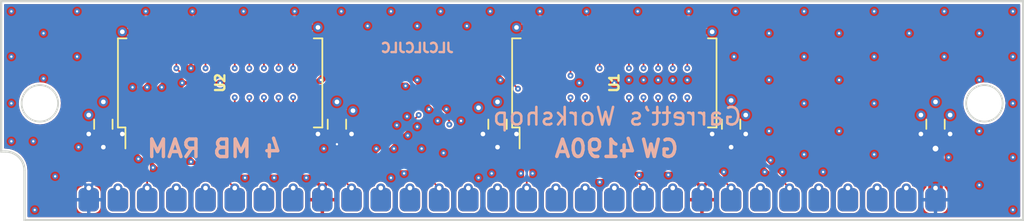
<source format=kicad_pcb>
(kicad_pcb (version 20171130) (host pcbnew "(5.1.5-0-10_14)")
  (layers (0 F.Cu signal) (1 In1.Cu power) (2 In2.Cu signal) (31 B.Cu power) (34 B.Paste user) (35 F.Paste user) (36 B.SilkS user) (37 F.SilkS user) (38 B.Mask user) (39 F.Mask user) (44 Edge.Cuts user))
  (net 0 "")
  (net 1 +5V)
  (net 2 /D0)
  (net 3 /D1)
  (net 4 /~WE~)
  (net 5 /~RAS~)
  (net 6 /~CAS~)
  (net 7 /D2)
  (net 8 /D3)
  (net 9 GND)
  (net 10 /D4)
  (net 11 /D5)
  (net 12 /D6)
  (net 13 /A11)
  (net 14 /D7)
  (net 15 /QP)
  (net 16 /~CASP~)
  (net 17 /DP)
  (net 18 /1A0)
  (net 19 /1A1)
  (net 20 /1A2)
  (net 21 /1A3)
  (net 22 /1A4)
  (net 23 /1A5)
  (net 24 /1A6)
  (net 25 /1A7)
  (net 26 /1A8)
  (net 27 /1A10)
  (net 28 /1A9)
  (module stdpads:C_0805 (layer F.Cu) (at 85.09 93.257 90)
    (fp_text reference C1 hide)
    (fp_text value 100n hide)
    (fp_line (start -0.4064 -0.8) (end 0.4064 -0.8) (layer F.SilkS) (width 0.1524))
    (fp_line (start -0.4064 0.8) (end 0.4064 0.8) (layer F.SilkS) (width 0.1524))
    (pad 1 smd roundrect (at -0.85 0 90) (size 1.05 1.4) (layers F.Cu F.Paste F.Mask) (net 1 +5V))
    (pad 2 smd roundrect (at 0.85 0 90) (size 1.05 1.4) (layers F.Cu F.Paste F.Mask) (net 9 GND))
  )
  (module stdpads:SIMM-30_Edge (layer F.Cu) (at 120.65 99.822)
    (fp_text reference J1 hide)
    (fp_text value Conn_01x30)
    (pad 30 thru_hole circle (at 36.83 -1.016) (size 0.8 0.8) (drill 0.4) (layers *.Cu *.Mask) (net 1 +5V))
    (pad 29 thru_hole circle (at 34.29 -1.016) (size 0.8 0.8) (drill 0.4) (layers *.Cu *.Mask) (net 17 /DP))
    (pad 19 thru_hole circle (at 8.89 -1.016) (size 0.8 0.8) (drill 0.4) (layers *.Cu *.Mask) (net 28 /1A9))
    (pad 25 thru_hole circle (at 24.13 -1.016) (size 0.8 0.8) (drill 0.4) (layers *.Cu *.Mask) (net 14 /D7))
    (pad 23 thru_hole circle (at 19.05 -1.016) (size 0.8 0.8) (drill 0.4) (layers *.Cu *.Mask) (net 12 /D6))
    (pad 24 thru_hole circle (at 21.59 -1.016) (size 0.8 0.8) (drill 0.4) (layers *.Cu *.Mask) (net 13 /A11))
    (pad 22 thru_hole circle (at 16.51 -1.016) (size 0.8 0.8) (drill 0.4) (layers *.Cu *.Mask) (net 9 GND))
    (pad 20 thru_hole circle (at 11.43 -1.016) (size 0.8 0.8) (drill 0.4) (layers *.Cu *.Mask) (net 11 /D5))
    (pad 21 thru_hole circle (at 13.97 -1.016) (size 0.8 0.8) (drill 0.4) (layers *.Cu *.Mask) (net 4 /~WE~))
    (pad 28 thru_hole circle (at 31.75 -1.016) (size 0.8 0.8) (drill 0.4) (layers *.Cu *.Mask) (net 16 /~CASP~))
    (pad 26 thru_hole circle (at 26.67 -1.016) (size 0.8 0.8) (drill 0.4) (layers *.Cu *.Mask) (net 15 /QP))
    (pad 27 thru_hole circle (at 29.21 -1.016) (size 0.8 0.8) (drill 0.4) (layers *.Cu *.Mask) (net 5 /~RAS~))
    (pad 18 thru_hole circle (at 6.35 -1.016) (size 0.8 0.8) (drill 0.4) (layers *.Cu *.Mask) (net 27 /1A10))
    (pad 16 thru_hole circle (at 1.27 -1.016) (size 0.8 0.8) (drill 0.4) (layers *.Cu *.Mask) (net 10 /D4))
    (pad 17 thru_hole circle (at 3.81 -1.016) (size 0.8 0.8) (drill 0.4) (layers *.Cu *.Mask) (net 26 /1A8))
    (pad 15 thru_hole circle (at -1.27 -1.016) (size 0.8 0.8) (drill 0.4) (layers *.Cu *.Mask) (net 18 /1A0))
    (pad 13 thru_hole circle (at -6.35 -1.016) (size 0.8 0.8) (drill 0.4) (layers *.Cu *.Mask) (net 8 /D3))
    (pad 14 thru_hole circle (at -3.81 -1.016) (size 0.8 0.8) (drill 0.4) (layers *.Cu *.Mask) (net 25 /1A7))
    (pad 12 thru_hole circle (at -8.89 -1.016) (size 0.8 0.8) (drill 0.4) (layers *.Cu *.Mask) (net 19 /1A1))
    (pad 10 thru_hole circle (at -13.97 -1.016) (size 0.8 0.8) (drill 0.4) (layers *.Cu *.Mask) (net 7 /D2))
    (pad 11 thru_hole circle (at -11.43 -1.016) (size 0.8 0.8) (drill 0.4) (layers *.Cu *.Mask) (net 24 /1A6))
    (pad 8 thru_hole circle (at -19.05 -1.016) (size 0.8 0.8) (drill 0.4) (layers *.Cu *.Mask) (net 20 /1A2))
    (pad 9 thru_hole circle (at -16.51 -1.016) (size 0.8 0.8) (drill 0.4) (layers *.Cu *.Mask) (net 9 GND))
    (pad 7 thru_hole circle (at -21.59 -1.016) (size 0.8 0.8) (drill 0.4) (layers *.Cu *.Mask) (net 23 /1A5))
    (pad 6 thru_hole circle (at -24.13 -1.016) (size 0.8 0.8) (drill 0.4) (layers *.Cu *.Mask) (net 3 /D1))
    (pad 4 thru_hole circle (at -29.21 -1.016) (size 0.8 0.8) (drill 0.4) (layers *.Cu *.Mask) (net 22 /1A4))
    (pad 5 thru_hole circle (at -26.67 -1.016) (size 0.8 0.8) (drill 0.4) (layers *.Cu *.Mask) (net 21 /1A3))
    (pad 1 thru_hole circle (at -36.83 -1.016) (size 0.8 0.8) (drill 0.4) (layers *.Cu *.Mask) (net 1 +5V))
    (pad 2 thru_hole circle (at -34.29 -1.016) (size 0.8 0.8) (drill 0.4) (layers *.Cu *.Mask) (net 6 /~CAS~))
    (pad 25 smd roundrect (at 24.13 0) (size 1.778 2.032) (layers F.Cu F.Mask) (net 14 /D7))
    (pad 15 smd roundrect (at -1.27 0) (size 1.778 2.032) (layers F.Cu F.Mask) (net 18 /1A0))
    (pad 30 smd roundrect (at 36.83 0) (size 1.778 2.032) (layers F.Cu F.Mask) (net 1 +5V))
    (pad 28 smd roundrect (at 31.75 0) (size 1.778 2.032) (layers F.Cu F.Mask) (net 16 /~CASP~))
    (pad 27 smd roundrect (at 29.21 0) (size 1.778 2.032) (layers F.Cu F.Mask) (net 5 /~RAS~))
    (pad 8 smd roundrect (at -19.05 0) (size 1.778 2.032) (layers F.Cu F.Mask) (net 20 /1A2))
    (pad 7 smd roundrect (at -21.59 0) (size 1.778 2.032) (layers F.Cu F.Mask) (net 23 /1A5))
    (pad 17 smd roundrect (at 3.81 0) (size 1.778 2.032) (layers F.Cu F.Mask) (net 26 /1A8))
    (pad 6 smd roundrect (at -24.13 0) (size 1.778 2.032) (layers F.Cu F.Mask) (net 3 /D1))
    (pad 22 smd roundrect (at 16.51 0) (size 1.778 2.032) (layers F.Cu F.Mask) (net 9 GND))
    (pad 10 smd roundrect (at -13.97 0) (size 1.778 2.032) (layers F.Cu F.Mask) (net 7 /D2))
    (pad 19 smd roundrect (at 8.89 0) (size 1.778 2.032) (layers F.Cu F.Mask) (net 28 /1A9))
    (pad 21 smd roundrect (at 13.97 0) (size 1.778 2.032) (layers F.Cu F.Mask) (net 4 /~WE~))
    (pad 18 smd roundrect (at 6.35 0) (size 1.778 2.032) (layers F.Cu F.Mask) (net 27 /1A10))
    (pad 9 smd roundrect (at -16.51 0) (size 1.778 2.032) (layers F.Cu F.Mask) (net 9 GND))
    (pad 23 smd roundrect (at 19.05 0) (size 1.778 2.032) (layers F.Cu F.Mask) (net 12 /D6))
    (pad 20 smd roundrect (at 11.43 0) (size 1.778 2.032) (layers F.Cu F.Mask) (net 11 /D5))
    (pad 16 smd roundrect (at 1.27 0) (size 1.778 2.032) (layers F.Cu F.Mask) (net 10 /D4))
    (pad 24 smd roundrect (at 21.59 0) (size 1.778 2.032) (layers F.Cu F.Mask) (net 13 /A11))
    (pad 3 smd roundrect (at -31.75 0) (size 1.778 2.032) (layers F.Cu F.Mask) (net 2 /D0))
    (pad 29 smd roundrect (at 34.29 0) (size 1.778 2.032) (layers F.Cu F.Mask) (net 17 /DP))
    (pad 4 smd roundrect (at -29.21 0) (size 1.778 2.032) (layers F.Cu F.Mask) (net 22 /1A4))
    (pad 14 smd roundrect (at -3.81 0) (size 1.778 2.032) (layers F.Cu F.Mask) (net 25 /1A7))
    (pad 13 smd roundrect (at -6.35 0) (size 1.778 2.032) (layers F.Cu F.Mask) (net 8 /D3))
    (pad 26 smd roundrect (at 26.67 0) (size 1.778 2.032) (layers F.Cu F.Mask) (net 15 /QP))
    (pad 12 smd roundrect (at -8.89 0) (size 1.778 2.032) (layers F.Cu F.Mask) (net 19 /1A1))
    (pad 5 smd roundrect (at -26.67 0) (size 1.778 2.032) (layers F.Cu F.Mask) (net 21 /1A3))
    (pad 11 smd roundrect (at -11.43 0) (size 1.778 2.032) (layers F.Cu F.Mask) (net 24 /1A6))
    (pad 3 thru_hole circle (at -31.75 -1.016) (size 0.8 0.8) (drill 0.4) (layers *.Cu *.Mask) (net 2 /D0))
    (pad 2 smd roundrect (at -34.29 0) (size 1.778 2.032) (layers F.Cu F.Mask) (net 6 /~CAS~))
    (pad 30 smd roundrect (at 36.83 0) (size 1.778 2.032) (layers B.Cu B.Mask) (net 1 +5V))
    (pad 29 smd roundrect (at 34.29 0) (size 1.778 2.032) (layers B.Cu B.Mask) (net 17 /DP))
    (pad 28 smd roundrect (at 31.75 0) (size 1.778 2.032) (layers B.Cu B.Mask) (net 16 /~CASP~))
    (pad 27 smd roundrect (at 29.21 0) (size 1.778 2.032) (layers B.Cu B.Mask) (net 5 /~RAS~))
    (pad 26 smd roundrect (at 26.67 0) (size 1.778 2.032) (layers B.Cu B.Mask) (net 15 /QP))
    (pad 25 smd roundrect (at 24.13 0) (size 1.778 2.032) (layers B.Cu B.Mask) (net 14 /D7))
    (pad 24 smd roundrect (at 21.59 0) (size 1.778 2.032) (layers B.Cu B.Mask) (net 13 /A11))
    (pad 23 smd roundrect (at 19.05 0) (size 1.778 2.032) (layers B.Cu B.Mask) (net 12 /D6))
    (pad 22 smd roundrect (at 16.51 0) (size 1.778 2.032) (layers B.Cu B.Mask) (net 9 GND))
    (pad 21 smd roundrect (at 13.97 0) (size 1.778 2.032) (layers B.Cu B.Mask) (net 4 /~WE~))
    (pad 20 smd roundrect (at 11.43 0) (size 1.778 2.032) (layers B.Cu B.Mask) (net 11 /D5))
    (pad 19 smd roundrect (at 8.89 0) (size 1.778 2.032) (layers B.Cu B.Mask) (net 28 /1A9))
    (pad 18 smd roundrect (at 6.35 0) (size 1.778 2.032) (layers B.Cu B.Mask) (net 27 /1A10))
    (pad 17 smd roundrect (at 3.81 0) (size 1.778 2.032) (layers B.Cu B.Mask) (net 26 /1A8))
    (pad 16 smd roundrect (at 1.27 0) (size 1.778 2.032) (layers B.Cu B.Mask) (net 10 /D4))
    (pad 15 smd roundrect (at -1.27 0) (size 1.778 2.032) (layers B.Cu B.Mask) (net 18 /1A0))
    (pad 14 smd roundrect (at -3.81 0) (size 1.778 2.032) (layers B.Cu B.Mask) (net 25 /1A7))
    (pad 13 smd roundrect (at -6.35 0) (size 1.778 2.032) (layers B.Cu B.Mask) (net 8 /D3))
    (pad 12 smd roundrect (at -8.89 0) (size 1.778 2.032) (layers B.Cu B.Mask) (net 19 /1A1))
    (pad 11 smd roundrect (at -11.43 0) (size 1.778 2.032) (layers B.Cu B.Mask) (net 24 /1A6))
    (pad 10 smd roundrect (at -13.97 0) (size 1.778 2.032) (layers B.Cu B.Mask) (net 7 /D2))
    (pad 9 smd roundrect (at -16.51 0) (size 1.778 2.032) (layers B.Cu B.Mask) (net 9 GND))
    (pad 8 smd roundrect (at -19.05 0) (size 1.778 2.032) (layers B.Cu B.Mask) (net 20 /1A2))
    (pad 7 smd roundrect (at -21.59 0) (size 1.778 2.032) (layers B.Cu B.Mask) (net 23 /1A5))
    (pad 6 smd roundrect (at -24.13 0) (size 1.778 2.032) (layers B.Cu B.Mask) (net 3 /D1))
    (pad 5 smd roundrect (at -26.67 0) (size 1.778 2.032) (layers B.Cu B.Mask) (net 21 /1A3))
    (pad 4 smd roundrect (at -29.21 0) (size 1.778 2.032) (layers B.Cu B.Mask) (net 22 /1A4))
    (pad 3 smd roundrect (at -31.75 0) (size 1.778 2.032) (layers B.Cu B.Mask) (net 2 /D0))
    (pad 2 smd roundrect (at -34.29 0) (size 1.778 2.032) (layers B.Cu B.Mask) (net 6 /~CAS~))
    (pad 1 smd roundrect (at -36.83 0) (size 1.778 2.032) (layers F.Cu F.Mask) (net 1 +5V))
    (pad 1 smd roundrect (at -36.83 0) (size 1.778 2.032) (layers B.Cu B.Mask) (net 1 +5V))
  )
  (module stdpads:SOP-24-26-300mil (layer F.Cu) (at 129.54 89.662 90)
    (fp_text reference U1 (at 0 0 270) (layer F.SilkS) (effects (font (size 0.8128 0.8128) (thickness 0.2032))))
    (fp_text value AS4C4M4)
    (fp_line (start -3.875 -8.24) (end -5.7 -8.24) (layer F.SilkS) (width 0.1524))
    (fp_line (start -3.875 8.89) (end 3.875 8.89) (layer F.SilkS) (width 0.1524))
    (fp_line (start -3.875 -8.89) (end 3.875 -8.89) (layer F.SilkS) (width 0.1524))
    (fp_line (start -3.875 8.89) (end -3.875 8.145) (layer F.SilkS) (width 0.1524))
    (fp_line (start 3.875 8.89) (end 3.875 8.145) (layer F.SilkS) (width 0.1524))
    (fp_line (start 3.875 -8.89) (end 3.875 -8.145) (layer F.SilkS) (width 0.1524))
    (fp_line (start -3.875 -8.89) (end -3.875 -8.24) (layer F.SilkS) (width 0.1524))
    (pad 26 smd roundrect (at 4.45 -7.62 90) (size 2.5 0.6) (layers F.Cu F.Paste F.Mask) (net 9 GND))
    (pad 25 smd roundrect (at 4.45 -6.35 90) (size 2.5 0.6) (layers F.Cu F.Paste F.Mask) (net 10 /D4))
    (pad 24 smd roundrect (at 4.45 -5.08 90) (size 2.5 0.6) (layers F.Cu F.Paste F.Mask) (net 12 /D6))
    (pad 23 smd roundrect (at 4.45 -3.81 90) (size 2.5 0.6) (layers F.Cu F.Paste F.Mask) (net 6 /~CAS~))
    (pad 22 smd roundrect (at 4.45 -2.54 90) (size 2.5 0.6) (layers F.Cu F.Paste F.Mask) (net 9 GND))
    (pad 21 smd roundrect (at 4.45 -1.27 90) (size 2.5 0.6) (layers F.Cu F.Paste F.Mask) (net 28 /1A9))
    (pad 19 smd roundrect (at 4.45 1.27 90) (size 2.5 0.6) (layers F.Cu F.Paste F.Mask) (net 26 /1A8))
    (pad 18 smd roundrect (at 4.45 2.54 90) (size 2.5 0.6) (layers F.Cu F.Paste F.Mask) (net 25 /1A7))
    (pad 17 smd roundrect (at 4.45 3.81 90) (size 2.5 0.6) (layers F.Cu F.Paste F.Mask) (net 24 /1A6))
    (pad 16 smd roundrect (at 4.45 5.08 90) (size 2.5 0.6) (layers F.Cu F.Paste F.Mask) (net 23 /1A5))
    (pad 15 smd roundrect (at 4.45 6.35 90) (size 2.5 0.6) (layers F.Cu F.Paste F.Mask) (net 22 /1A4))
    (pad 14 smd roundrect (at 4.45 7.62 90) (size 2.5 0.6) (layers F.Cu F.Paste F.Mask) (net 9 GND))
    (pad 13 smd roundrect (at -4.45 7.62 90) (size 2.5 0.6) (layers F.Cu F.Paste F.Mask) (net 1 +5V))
    (pad 12 smd roundrect (at -4.45 6.35 90) (size 2.5 0.6) (layers F.Cu F.Paste F.Mask) (net 21 /1A3))
    (pad 11 smd roundrect (at -4.45 5.08 90) (size 2.5 0.6) (layers F.Cu F.Paste F.Mask) (net 20 /1A2))
    (pad 10 smd roundrect (at -4.45 3.81 90) (size 2.5 0.6) (layers F.Cu F.Paste F.Mask) (net 19 /1A1))
    (pad 9 smd roundrect (at -4.45 2.54 90) (size 2.5 0.6) (layers F.Cu F.Paste F.Mask) (net 18 /1A0))
    (pad 8 smd roundrect (at -4.45 1.27 90) (size 2.5 0.6) (layers F.Cu F.Paste F.Mask) (net 27 /1A10))
    (pad 6 smd roundrect (at -4.45 -1.27 90) (size 2.5 0.6) (layers F.Cu F.Paste F.Mask))
    (pad 5 smd roundrect (at -4.45 -2.54 90) (size 2.5 0.6) (layers F.Cu F.Paste F.Mask) (net 5 /~RAS~))
    (pad 4 smd roundrect (at -4.45 -3.81 90) (size 2.5 0.6) (layers F.Cu F.Paste F.Mask) (net 4 /~WE~))
    (pad 3 smd roundrect (at -4.45 -5.08 90) (size 2.5 0.6) (layers F.Cu F.Paste F.Mask) (net 14 /D7))
    (pad 2 smd roundrect (at -4.45 -6.35 90) (size 2.5 0.6) (layers F.Cu F.Paste F.Mask) (net 11 /D5))
    (pad 1 smd roundrect (at -4.45 -7.62 90) (size 2.5 0.6) (layers F.Cu F.Paste F.Mask) (net 1 +5V))
    (pad 14 smd roundrect (at 3.7 7.62 90) (size 4 0.6) (layers F.Cu F.Mask) (net 9 GND))
    (pad 26 smd roundrect (at 3.7 -7.62 90) (size 4 0.6) (layers F.Cu F.Mask) (net 9 GND))
    (pad 25 smd roundrect (at 3.7 -6.35 90) (size 4 0.6) (layers F.Cu F.Mask) (net 10 /D4))
    (pad 24 smd roundrect (at 3.7 -5.08 90) (size 4 0.6) (layers F.Cu F.Mask) (net 12 /D6))
    (pad 23 smd roundrect (at 3.7 -3.81 90) (size 4 0.6) (layers F.Cu F.Mask) (net 6 /~CAS~))
    (pad 22 smd roundrect (at 3.7 -2.54 90) (size 4 0.6) (layers F.Cu F.Mask) (net 9 GND))
    (pad 18 smd roundrect (at 3.7 2.54 90) (size 4 0.6) (layers F.Cu F.Mask) (net 25 /1A7))
    (pad 17 smd roundrect (at 3.7 3.81 90) (size 4 0.6) (layers F.Cu F.Mask) (net 24 /1A6))
    (pad 16 smd roundrect (at 3.7 5.08 90) (size 4 0.6) (layers F.Cu F.Mask) (net 23 /1A5))
    (pad 15 smd roundrect (at 3.7 6.35 90) (size 4 0.6) (layers F.Cu F.Mask) (net 22 /1A4))
    (pad 13 smd roundrect (at -3.7 7.62 90) (size 4 0.6) (layers F.Cu F.Mask) (net 1 +5V))
    (pad 12 smd roundrect (at -3.7 6.35 90) (size 4 0.6) (layers F.Cu F.Mask) (net 21 /1A3))
    (pad 11 smd roundrect (at -3.7 5.08 90) (size 4 0.6) (layers F.Cu F.Mask) (net 20 /1A2))
    (pad 10 smd roundrect (at -3.7 3.81 90) (size 4 0.6) (layers F.Cu F.Mask) (net 19 /1A1))
    (pad 9 smd roundrect (at -3.7 2.54 90) (size 4 0.6) (layers F.Cu F.Mask) (net 18 /1A0))
    (pad 5 smd roundrect (at -3.7 -2.54 90) (size 4 0.6) (layers F.Cu F.Mask) (net 5 /~RAS~))
    (pad 4 smd roundrect (at -3.7 -3.81 90) (size 4 0.6) (layers F.Cu F.Mask) (net 4 /~WE~))
    (pad 3 smd roundrect (at -3.7 -5.08 90) (size 4 0.6) (layers F.Cu F.Mask) (net 14 /D7))
    (pad 2 smd roundrect (at -3.7 -6.35 90) (size 4 0.6) (layers F.Cu F.Mask) (net 11 /D5))
    (pad 1 smd roundrect (at -3.7 -7.62 90) (size 4 0.6) (layers F.Cu F.Mask) (net 1 +5V))
    (pad 21 smd roundrect (at 3.7 -1.27 90) (size 4 0.6) (layers F.Cu F.Mask) (net 28 /1A9))
    (pad 6 smd roundrect (at -3.7 -1.27 90) (size 4 0.6) (layers F.Cu F.Mask))
    (pad 19 smd roundrect (at 3.7 1.27 90) (size 4 0.6) (layers F.Cu F.Mask) (net 26 /1A8))
    (pad 8 smd roundrect (at -3.7 1.27 90) (size 4 0.6) (layers F.Cu F.Mask) (net 27 /1A10))
  )
  (module stdpads:SOP-24-26-300mil (layer F.Cu) (at 95.25 89.662 90)
    (fp_text reference U2 (at 0 0 270) (layer F.SilkS) (effects (font (size 0.8128 0.8128) (thickness 0.2032))))
    (fp_text value AS4C4M4)
    (fp_line (start -3.875 -8.89) (end -3.875 -8.24) (layer F.SilkS) (width 0.1524))
    (fp_line (start 3.875 -8.89) (end 3.875 -8.145) (layer F.SilkS) (width 0.1524))
    (fp_line (start 3.875 8.89) (end 3.875 8.145) (layer F.SilkS) (width 0.1524))
    (fp_line (start -3.875 8.89) (end -3.875 8.145) (layer F.SilkS) (width 0.1524))
    (fp_line (start -3.875 -8.89) (end 3.875 -8.89) (layer F.SilkS) (width 0.1524))
    (fp_line (start -3.875 8.89) (end 3.875 8.89) (layer F.SilkS) (width 0.1524))
    (fp_line (start -3.875 -8.24) (end -5.7 -8.24) (layer F.SilkS) (width 0.1524))
    (pad 8 smd roundrect (at -3.7 1.27 90) (size 4 0.6) (layers F.Cu F.Mask) (net 21 /1A3))
    (pad 19 smd roundrect (at 3.7 1.27 90) (size 4 0.6) (layers F.Cu F.Mask) (net 23 /1A5))
    (pad 6 smd roundrect (at -3.7 -1.27 90) (size 4 0.6) (layers F.Cu F.Mask))
    (pad 21 smd roundrect (at 3.7 -1.27 90) (size 4 0.6) (layers F.Cu F.Mask) (net 22 /1A4))
    (pad 1 smd roundrect (at -3.7 -7.62 90) (size 4 0.6) (layers F.Cu F.Mask) (net 1 +5V))
    (pad 2 smd roundrect (at -3.7 -6.35 90) (size 4 0.6) (layers F.Cu F.Mask) (net 3 /D1))
    (pad 3 smd roundrect (at -3.7 -5.08 90) (size 4 0.6) (layers F.Cu F.Mask) (net 8 /D3))
    (pad 4 smd roundrect (at -3.7 -3.81 90) (size 4 0.6) (layers F.Cu F.Mask) (net 4 /~WE~))
    (pad 5 smd roundrect (at -3.7 -2.54 90) (size 4 0.6) (layers F.Cu F.Mask) (net 5 /~RAS~))
    (pad 9 smd roundrect (at -3.7 2.54 90) (size 4 0.6) (layers F.Cu F.Mask) (net 20 /1A2))
    (pad 10 smd roundrect (at -3.7 3.81 90) (size 4 0.6) (layers F.Cu F.Mask) (net 19 /1A1))
    (pad 11 smd roundrect (at -3.7 5.08 90) (size 4 0.6) (layers F.Cu F.Mask) (net 18 /1A0))
    (pad 12 smd roundrect (at -3.7 6.35 90) (size 4 0.6) (layers F.Cu F.Mask) (net 27 /1A10))
    (pad 13 smd roundrect (at -3.7 7.62 90) (size 4 0.6) (layers F.Cu F.Mask) (net 1 +5V))
    (pad 15 smd roundrect (at 3.7 6.35 90) (size 4 0.6) (layers F.Cu F.Mask) (net 28 /1A9))
    (pad 16 smd roundrect (at 3.7 5.08 90) (size 4 0.6) (layers F.Cu F.Mask) (net 26 /1A8))
    (pad 17 smd roundrect (at 3.7 3.81 90) (size 4 0.6) (layers F.Cu F.Mask) (net 25 /1A7))
    (pad 18 smd roundrect (at 3.7 2.54 90) (size 4 0.6) (layers F.Cu F.Mask) (net 24 /1A6))
    (pad 22 smd roundrect (at 3.7 -2.54 90) (size 4 0.6) (layers F.Cu F.Mask) (net 9 GND))
    (pad 23 smd roundrect (at 3.7 -3.81 90) (size 4 0.6) (layers F.Cu F.Mask) (net 6 /~CAS~))
    (pad 24 smd roundrect (at 3.7 -5.08 90) (size 4 0.6) (layers F.Cu F.Mask) (net 7 /D2))
    (pad 25 smd roundrect (at 3.7 -6.35 90) (size 4 0.6) (layers F.Cu F.Mask) (net 2 /D0))
    (pad 26 smd roundrect (at 3.7 -7.62 90) (size 4 0.6) (layers F.Cu F.Mask) (net 9 GND))
    (pad 14 smd roundrect (at 3.7 7.62 90) (size 4 0.6) (layers F.Cu F.Mask) (net 9 GND))
    (pad 1 smd roundrect (at -4.45 -7.62 90) (size 2.5 0.6) (layers F.Cu F.Paste F.Mask) (net 1 +5V))
    (pad 2 smd roundrect (at -4.45 -6.35 90) (size 2.5 0.6) (layers F.Cu F.Paste F.Mask) (net 3 /D1))
    (pad 3 smd roundrect (at -4.45 -5.08 90) (size 2.5 0.6) (layers F.Cu F.Paste F.Mask) (net 8 /D3))
    (pad 4 smd roundrect (at -4.45 -3.81 90) (size 2.5 0.6) (layers F.Cu F.Paste F.Mask) (net 4 /~WE~))
    (pad 5 smd roundrect (at -4.45 -2.54 90) (size 2.5 0.6) (layers F.Cu F.Paste F.Mask) (net 5 /~RAS~))
    (pad 6 smd roundrect (at -4.45 -1.27 90) (size 2.5 0.6) (layers F.Cu F.Paste F.Mask))
    (pad 8 smd roundrect (at -4.45 1.27 90) (size 2.5 0.6) (layers F.Cu F.Paste F.Mask) (net 21 /1A3))
    (pad 9 smd roundrect (at -4.45 2.54 90) (size 2.5 0.6) (layers F.Cu F.Paste F.Mask) (net 20 /1A2))
    (pad 10 smd roundrect (at -4.45 3.81 90) (size 2.5 0.6) (layers F.Cu F.Paste F.Mask) (net 19 /1A1))
    (pad 11 smd roundrect (at -4.45 5.08 90) (size 2.5 0.6) (layers F.Cu F.Paste F.Mask) (net 18 /1A0))
    (pad 12 smd roundrect (at -4.45 6.35 90) (size 2.5 0.6) (layers F.Cu F.Paste F.Mask) (net 27 /1A10))
    (pad 13 smd roundrect (at -4.45 7.62 90) (size 2.5 0.6) (layers F.Cu F.Paste F.Mask) (net 1 +5V))
    (pad 14 smd roundrect (at 4.45 7.62 90) (size 2.5 0.6) (layers F.Cu F.Paste F.Mask) (net 9 GND))
    (pad 15 smd roundrect (at 4.45 6.35 90) (size 2.5 0.6) (layers F.Cu F.Paste F.Mask) (net 28 /1A9))
    (pad 16 smd roundrect (at 4.45 5.08 90) (size 2.5 0.6) (layers F.Cu F.Paste F.Mask) (net 26 /1A8))
    (pad 17 smd roundrect (at 4.45 3.81 90) (size 2.5 0.6) (layers F.Cu F.Paste F.Mask) (net 25 /1A7))
    (pad 18 smd roundrect (at 4.45 2.54 90) (size 2.5 0.6) (layers F.Cu F.Paste F.Mask) (net 24 /1A6))
    (pad 19 smd roundrect (at 4.45 1.27 90) (size 2.5 0.6) (layers F.Cu F.Paste F.Mask) (net 23 /1A5))
    (pad 21 smd roundrect (at 4.45 -1.27 90) (size 2.5 0.6) (layers F.Cu F.Paste F.Mask) (net 22 /1A4))
    (pad 22 smd roundrect (at 4.45 -2.54 90) (size 2.5 0.6) (layers F.Cu F.Paste F.Mask) (net 9 GND))
    (pad 23 smd roundrect (at 4.45 -3.81 90) (size 2.5 0.6) (layers F.Cu F.Paste F.Mask) (net 6 /~CAS~))
    (pad 24 smd roundrect (at 4.45 -5.08 90) (size 2.5 0.6) (layers F.Cu F.Paste F.Mask) (net 7 /D2))
    (pad 25 smd roundrect (at 4.45 -6.35 90) (size 2.5 0.6) (layers F.Cu F.Paste F.Mask) (net 2 /D0))
    (pad 26 smd roundrect (at 4.45 -7.62 90) (size 2.5 0.6) (layers F.Cu F.Paste F.Mask) (net 9 GND))
  )
  (module stdpads:C_0805 (layer F.Cu) (at 105.41 93.257 90)
    (fp_text reference C2 hide)
    (fp_text value 100n hide)
    (fp_line (start -0.4064 0.8) (end 0.4064 0.8) (layer F.SilkS) (width 0.1524))
    (fp_line (start -0.4064 -0.8) (end 0.4064 -0.8) (layer F.SilkS) (width 0.1524))
    (pad 2 smd roundrect (at 0.85 0 90) (size 1.05 1.4) (layers F.Cu F.Paste F.Mask) (net 9 GND))
    (pad 1 smd roundrect (at -0.85 0 90) (size 1.05 1.4) (layers F.Cu F.Paste F.Mask) (net 1 +5V))
  )
  (module stdpads:C_0805 (layer F.Cu) (at 119.38 93.257 90)
    (fp_text reference C3 hide)
    (fp_text value 100n hide)
    (fp_line (start -0.4064 -0.8) (end 0.4064 -0.8) (layer F.SilkS) (width 0.1524))
    (fp_line (start -0.4064 0.8) (end 0.4064 0.8) (layer F.SilkS) (width 0.1524))
    (pad 1 smd roundrect (at -0.85 0 90) (size 1.05 1.4) (layers F.Cu F.Paste F.Mask) (net 1 +5V))
    (pad 2 smd roundrect (at 0.85 0 90) (size 1.05 1.4) (layers F.Cu F.Paste F.Mask) (net 9 GND))
  )
  (module stdpads:C_0805 (layer F.Cu) (at 157.48 93.257 90)
    (fp_text reference C5 hide)
    (fp_text value 100n hide)
    (fp_line (start -0.4064 -0.8) (end 0.4064 -0.8) (layer F.SilkS) (width 0.1524))
    (fp_line (start -0.4064 0.8) (end 0.4064 0.8) (layer F.SilkS) (width 0.1524))
    (pad 1 smd roundrect (at -0.85 0 90) (size 1.05 1.4) (layers F.Cu F.Paste F.Mask) (net 1 +5V))
    (pad 2 smd roundrect (at 0.85 0 90) (size 1.05 1.4) (layers F.Cu F.Paste F.Mask) (net 9 GND))
  )
  (module stdpads:C_0805 (layer F.Cu) (at 139.7 93.257 90)
    (fp_text reference C4 hide)
    (fp_text value 100n hide)
    (fp_line (start -0.4064 -0.8) (end 0.4064 -0.8) (layer F.SilkS) (width 0.1524))
    (fp_line (start -0.4064 0.8) (end 0.4064 0.8) (layer F.SilkS) (width 0.1524))
    (pad 1 smd roundrect (at -0.85 0 90) (size 1.05 1.4) (layers F.Cu F.Paste F.Mask) (net 1 +5V))
    (pad 2 smd roundrect (at 0.85 0 90) (size 1.05 1.4) (layers F.Cu F.Paste F.Mask) (net 9 GND))
  )
  (gr_text JLCJLCJLC (at 112.395 86.614) (layer B.SilkS) (effects (font (size 0.8128 0.8128) (thickness 0.2032)) (justify mirror)))
  (gr_text 4190A (at 127.889 95.377) (layer B.SilkS) (effects (font (size 1.5 1.5) (thickness 0.3)) (justify mirror)))
  (gr_text GW (at 133.477 95.377) (layer B.SilkS) (effects (font (size 1.5 1.5) (thickness 0.3)) (justify mirror)))
  (gr_text "Garrett’s Workshop" (at 129.794 92.583) (layer B.SilkS) (effects (font (size 1.524 1.524) (thickness 0.225)) (justify mirror)))
  (gr_text "4 MB RAM" (at 94.742 95.377) (layer B.SilkS) (effects (font (size 1.524 1.524) (thickness 0.3)) (justify mirror)))
  (gr_line (start 76.581 95.631) (end 76.2 95.631) (layer Edge.Cuts) (width 0.2))
  (gr_line (start 78.232 101.6) (end 78.232 97.282) (layer Edge.Cuts) (width 0.2))
  (gr_circle (center 79.5655 91.44) (end 77.978 91.44) (layer Edge.Cuts) (width 0.15))
  (gr_circle (center 161.7345 91.44) (end 163.322 91.44) (layer Edge.Cuts) (width 0.15))
  (gr_line (start 76.2 95.631) (end 76.2 82.55) (layer Edge.Cuts) (width 0.2))
  (gr_arc (start 76.581 97.282) (end 78.232 97.282) (angle -90) (layer Edge.Cuts) (width 0.2))
  (gr_line (start 165.1 82.55) (end 165.1 101.6) (layer Edge.Cuts) (width 0.2))
  (gr_line (start 76.2 82.55) (end 165.1 82.55) (layer Edge.Cuts) (width 0.2))
  (gr_line (start 165.1 101.6) (end 78.232 101.6) (layer Edge.Cuts) (width 0.2))
  (via (at 86.741 94.107) (size 0.8) (drill 0.4) (layers F.Cu B.Cu) (net 1))
  (segment (start 87.625 94.107) (end 87.63 94.112) (width 0.508) (layer F.Cu) (net 1))
  (segment (start 86.741 94.107) (end 87.625 94.107) (width 0.508) (layer F.Cu) (net 1))
  (via (at 121.031 94.107) (size 0.8) (drill 0.4) (layers F.Cu B.Cu) (net 1))
  (via (at 138.049 94.107) (size 0.8) (drill 0.4) (layers F.Cu B.Cu) (net 1))
  (segment (start 102.875 94.107) (end 102.87 94.112) (width 0.508) (layer F.Cu) (net 1))
  (segment (start 121.915 94.107) (end 121.92 94.112) (width 0.508) (layer F.Cu) (net 1))
  (segment (start 121.031 94.107) (end 121.915 94.107) (width 0.508) (layer F.Cu) (net 1))
  (segment (start 137.165 94.107) (end 137.16 94.112) (width 0.508) (layer F.Cu) (net 1))
  (segment (start 138.049 94.107) (end 137.165 94.107) (width 0.508) (layer F.Cu) (net 1))
  (segment (start 85.09 94.107) (end 86.741 94.107) (width 0.762) (layer F.Cu) (net 1))
  (via (at 83.82 94.107) (size 0.8) (drill 0.4) (layers F.Cu B.Cu) (net 1))
  (segment (start 85.09 94.107) (end 83.82 94.107) (width 0.762) (layer F.Cu) (net 1))
  (via (at 85.09 95.25) (size 0.8) (drill 0.4) (layers F.Cu B.Cu) (net 1))
  (segment (start 85.09 94.107) (end 85.09 95.25) (width 0.762) (layer F.Cu) (net 1))
  (segment (start 103.759 94.107) (end 102.875 94.107) (width 0.508) (layer F.Cu) (net 1))
  (via (at 103.759 94.107) (size 0.8) (drill 0.4) (layers F.Cu B.Cu) (net 1))
  (via (at 106.68 94.107) (size 0.8) (drill 0.4) (layers F.Cu B.Cu) (net 1))
  (segment (start 105.41 94.107) (end 106.68 94.107) (width 0.762) (layer F.Cu) (net 1))
  (segment (start 105.41 94.107) (end 103.759 94.107) (width 0.762) (layer F.Cu) (net 1))
  (via (at 118.11 94.107) (size 0.8) (drill 0.4) (layers F.Cu B.Cu) (net 1))
  (segment (start 119.38 94.107) (end 118.11 94.107) (width 0.762) (layer F.Cu) (net 1))
  (segment (start 119.38 94.107) (end 121.031 94.107) (width 0.762) (layer F.Cu) (net 1))
  (via (at 119.38 95.25) (size 0.8) (drill 0.4) (layers F.Cu B.Cu) (net 1))
  (segment (start 119.38 94.107) (end 119.38 95.25) (width 0.762) (layer F.Cu) (net 1))
  (via (at 105.41 94.996) (size 0.508) (drill 0.2) (layers F.Cu B.Cu) (net 1))
  (segment (start 105.41 94.107) (end 105.41 94.996) (width 0.508) (layer F.Cu) (net 1))
  (segment (start 139.7 94.107) (end 138.049 94.107) (width 0.762) (layer F.Cu) (net 1))
  (via (at 139.7 95.25) (size 0.8) (drill 0.4) (layers F.Cu B.Cu) (net 1))
  (segment (start 139.7 94.107) (end 139.7 95.25) (width 0.762) (layer F.Cu) (net 1))
  (via (at 140.97 94.107) (size 0.8) (drill 0.4) (layers F.Cu B.Cu) (net 1))
  (segment (start 139.7 94.107) (end 140.97 94.107) (width 0.762) (layer F.Cu) (net 1))
  (segment (start 157.48 98.806) (end 157.48 95.377) (width 1.27) (layer F.Cu) (net 1))
  (segment (start 157.48 95.377) (end 157.48 94.107) (width 0.762) (layer F.Cu) (net 1))
  (via (at 156.21 94.107) (size 0.8) (drill 0.4) (layers F.Cu B.Cu) (net 1))
  (segment (start 157.48 94.107) (end 156.21 94.107) (width 0.8) (layer F.Cu) (net 1))
  (via (at 158.75 94.107) (size 0.8) (drill 0.4) (layers F.Cu B.Cu) (net 1))
  (segment (start 157.48 94.107) (end 158.75 94.107) (width 0.8) (layer F.Cu) (net 1))
  (via (at 157.48 95.377) (size 1) (drill 0.5) (layers F.Cu B.Cu) (net 1))
  (segment (start 88.9 89.281) (end 88.9 85.962) (width 0.1524) (layer F.Cu) (net 2))
  (segment (start 88.265 89.916) (end 88.9 89.281) (width 0.1524) (layer F.Cu) (net 2))
  (segment (start 88.9 98.806) (end 88.9 96.266) (width 0.1524) (layer F.Cu) (net 2))
  (segment (start 88.265 95.631) (end 88.265 89.916) (width 0.1524) (layer F.Cu) (net 2))
  (segment (start 88.9 96.266) (end 88.265 95.631) (width 0.1524) (layer F.Cu) (net 2))
  (segment (start 88.9 95.758) (end 88.9 94.112) (width 0.1524) (layer F.Cu) (net 3))
  (segment (start 95.504 97.79) (end 90.932 97.79) (width 0.1524) (layer F.Cu) (net 3))
  (segment (start 96.52 98.806) (end 95.504 97.79) (width 0.1524) (layer F.Cu) (net 3))
  (segment (start 90.932 97.79) (end 88.9 95.758) (width 0.1524) (layer F.Cu) (net 3))
  (segment (start 125.73 94.112) (end 125.73 90.932) (width 0.1524) (layer F.Cu) (net 4))
  (via (at 125.73 90.932) (size 0.508) (drill 0.2) (layers F.Cu B.Cu) (net 4))
  (via (at 115.189 93.2815) (size 0.508) (drill 0.2) (layers F.Cu B.Cu) (net 4))
  (segment (start 91.44 90.932) (end 91.44 94.112) (width 0.1524) (layer F.Cu) (net 4))
  (segment (start 92.329 90.043) (end 91.44 90.932) (width 0.1524) (layer F.Cu) (net 4))
  (segment (start 94.869 90.043) (end 92.329 90.043) (width 0.1524) (layer F.Cu) (net 4))
  (segment (start 95.504 90.17) (end 94.996 90.17) (width 0.1524) (layer F.Cu) (net 4))
  (segment (start 111.633 89.408) (end 104.775 89.408) (width 0.1524) (layer F.Cu) (net 4))
  (segment (start 104.2035 89.9795) (end 95.6945 89.9795) (width 0.1524) (layer F.Cu) (net 4))
  (segment (start 94.996 90.17) (end 94.869 90.043) (width 0.1524) (layer F.Cu) (net 4))
  (segment (start 95.6945 89.9795) (end 95.504 90.17) (width 0.1524) (layer F.Cu) (net 4))
  (segment (start 115.189 92.964) (end 111.633 89.408) (width 0.1524) (layer F.Cu) (net 4))
  (segment (start 115.189 93.2815) (end 115.189 92.964) (width 0.1524) (layer F.Cu) (net 4))
  (segment (start 104.775 89.408) (end 104.2035 89.9795) (width 0.1524) (layer F.Cu) (net 4))
  (via (at 127 90.932) (size 0.508) (drill 0.2) (layers F.Cu B.Cu) (net 5))
  (segment (start 127 94.112) (end 127 90.932) (width 0.1524) (layer F.Cu) (net 5))
  (via (at 112.522 92.456) (size 0.508) (drill 0.2) (layers F.Cu B.Cu) (net 5))
  (segment (start 92.71 95.758) (end 92.71 93.362) (width 0.1524) (layer F.Cu) (net 5))
  (segment (start 93.345 96.393) (end 92.71 95.758) (width 0.1524) (layer F.Cu) (net 5))
  (segment (start 108.585 96.393) (end 93.345 96.393) (width 0.1524) (layer F.Cu) (net 5))
  (segment (start 112.522 92.456) (end 108.585 96.393) (width 0.1524) (layer F.Cu) (net 5))
  (via (at 91.44 88.392) (size 0.508) (drill 0.2) (layers F.Cu B.Cu) (net 6))
  (segment (start 91.44 85.212) (end 91.44 88.392) (width 0.1524) (layer F.Cu) (net 6))
  (via (at 121.158 90.17) (size 0.508) (drill 0.2) (layers F.Cu B.Cu) (net 6))
  (segment (start 125.73 89.027) (end 125.73 85.212) (width 0.1524) (layer F.Cu) (net 6))
  (via (at 125.73 89.027) (size 0.508) (drill 0.2) (layers F.Cu B.Cu) (net 6))
  (segment (start 92.329 89.281) (end 91.44 88.392) (width 0.1524) (layer F.Cu) (net 6))
  (segment (start 94.869 89.281) (end 92.329 89.281) (width 0.1524) (layer F.Cu) (net 6))
  (segment (start 94.996 89.154) (end 94.869 89.281) (width 0.1524) (layer F.Cu) (net 6))
  (segment (start 95.504 89.154) (end 94.996 89.154) (width 0.1524) (layer F.Cu) (net 6))
  (segment (start 95.631 89.281) (end 95.504 89.154) (width 0.1524) (layer F.Cu) (net 6))
  (segment (start 103.378 89.281) (end 95.631 89.281) (width 0.1524) (layer F.Cu) (net 6))
  (segment (start 104.013 88.646) (end 103.378 89.281) (width 0.1524) (layer F.Cu) (net 6))
  (segment (start 119.634 88.646) (end 104.013 88.646) (width 0.1524) (layer F.Cu) (net 6))
  (segment (start 121.158 90.17) (end 119.634 88.646) (width 0.1524) (layer F.Cu) (net 6))
  (segment (start 105.283 97.409) (end 106.68 98.806) (width 0.1524) (layer F.Cu) (net 7))
  (segment (start 89.535 89.916) (end 89.535 95.758) (width 0.1524) (layer F.Cu) (net 7))
  (segment (start 91.186 97.409) (end 105.283 97.409) (width 0.1524) (layer F.Cu) (net 7))
  (segment (start 89.535 95.758) (end 91.186 97.409) (width 0.1524) (layer F.Cu) (net 7))
  (segment (start 90.17 89.281) (end 89.535 89.916) (width 0.1524) (layer F.Cu) (net 7))
  (segment (start 90.17 85.212) (end 90.17 89.281) (width 0.1524) (layer F.Cu) (net 7))
  (segment (start 112.522 97.028) (end 114.3 98.806) (width 0.1524) (layer F.Cu) (net 8))
  (segment (start 91.44 97.028) (end 112.522 97.028) (width 0.1524) (layer F.Cu) (net 8))
  (segment (start 90.17 94.112) (end 90.17 95.758) (width 0.1524) (layer F.Cu) (net 8))
  (segment (start 90.17 95.758) (end 91.44 97.028) (width 0.1524) (layer F.Cu) (net 8))
  (via (at 121.031 84.836) (size 0.8) (drill 0.4) (layers F.Cu B.Cu) (net 9))
  (via (at 138.049 85.217) (size 0.8) (drill 0.4) (layers F.Cu B.Cu) (net 9))
  (segment (start 138.044 85.212) (end 138.049 85.217) (width 0.508) (layer F.Cu) (net 9))
  (segment (start 137.16 85.212) (end 138.044 85.212) (width 0.508) (layer F.Cu) (net 9))
  (via (at 103.759 84.836) (size 0.8) (drill 0.4) (layers F.Cu B.Cu) (net 9))
  (via (at 86.741 85.217) (size 0.8) (drill 0.4) (layers F.Cu B.Cu) (net 9))
  (segment (start 86.746 85.212) (end 86.741 85.217) (width 0.508) (layer F.Cu) (net 9))
  (segment (start 87.63 85.212) (end 86.746 85.212) (width 0.508) (layer F.Cu) (net 9))
  (via (at 134.62 89.408) (size 0.508) (drill 0.2) (layers F.Cu B.Cu) (net 9))
  (via (at 133.35 89.408) (size 0.508) (drill 0.2) (layers F.Cu B.Cu) (net 9))
  (via (at 132.08 89.408) (size 0.508) (drill 0.2) (layers F.Cu B.Cu) (net 9))
  (via (at 135.89 89.408) (size 0.508) (drill 0.2) (layers F.Cu B.Cu) (net 9))
  (via (at 130.81 89.408) (size 0.508) (drill 0.2) (layers F.Cu B.Cu) (net 9))
  (via (at 108.839 95.377) (size 0.508) (drill 0.2) (layers F.Cu B.Cu) (net 9))
  (via (at 104.267 95.377) (size 0.508) (drill 0.2) (layers F.Cu B.Cu) (net 9))
  (via (at 129.54 89.662) (size 0.508) (drill 0.2) (layers F.Cu B.Cu) (net 9))
  (via (at 95.25 89.662) (size 0.508) (drill 0.2) (layers F.Cu B.Cu) (net 9))
  (via (at 112.395 89.408) (size 0.508) (drill 0.2) (layers F.Cu B.Cu) (net 9))
  (via (at 119.634 89.408) (size 0.508) (drill 0.2) (layers F.Cu B.Cu) (net 9))
  (segment (start 103.759 84.836) (end 102.997 84.836) (width 0.508) (layer F.Cu) (net 9))
  (segment (start 102.87 84.963) (end 102.87 85.962) (width 0.508) (layer F.Cu) (net 9))
  (segment (start 102.997 84.836) (end 102.87 84.963) (width 0.508) (layer F.Cu) (net 9))
  (segment (start 121.031 84.836) (end 121.84859 84.836) (width 0.508) (layer F.Cu) (net 9))
  (segment (start 121.92 84.90741) (end 121.92 85.962) (width 0.508) (layer F.Cu) (net 9))
  (segment (start 121.84859 84.836) (end 121.92 84.90741) (width 0.508) (layer F.Cu) (net 9))
  (via (at 92.71 96.52) (size 0.508) (drill 0.2) (layers F.Cu B.Cu) (net 9))
  (via (at 111.252 97.536) (size 0.508) (drill 0.2) (layers F.Cu B.Cu) (net 9))
  (via (at 117.729 97.917) (size 0.508) (drill 0.2) (layers F.Cu B.Cu) (net 9))
  (via (at 118.872 97.536) (size 0.508) (drill 0.2) (layers F.Cu B.Cu) (net 9))
  (via (at 139.065 97.409) (size 0.508) (drill 0.2) (layers F.Cu B.Cu) (net 9))
  (via (at 134.239 97.663) (size 0.508) (drill 0.2) (layers F.Cu B.Cu) (net 9))
  (via (at 89.408 97.028) (size 0.508) (drill 0.2) (layers F.Cu B.Cu) (net 9))
  (via (at 88.138 96.266) (size 0.508) (drill 0.2) (layers F.Cu B.Cu) (net 9))
  (via (at 142.621 97.409) (size 0.508) (drill 0.2) (layers F.Cu B.Cu) (net 9))
  (via (at 114.681 95.758) (size 0.508) (drill 0.2) (layers F.Cu B.Cu) (net 9))
  (via (at 144.145 97.409) (size 0.508) (drill 0.2) (layers F.Cu B.Cu) (net 9))
  (via (at 143.129 96.393) (size 0.508) (drill 0.2) (layers F.Cu B.Cu) (net 9))
  (via (at 112.395 84.709) (size 0.508) (drill 0.2) (layers F.Cu B.Cu) (net 9))
  (via (at 111.379 89.916) (size 0.508) (drill 0.2) (layers F.Cu B.Cu) (net 9))
  (via (at 108.077 84.709) (size 0.508) (drill 0.2) (layers F.Cu B.Cu) (net 9))
  (via (at 116.713 84.709) (size 0.508) (drill 0.2) (layers F.Cu B.Cu) (net 9))
  (via (at 88.9 90.043) (size 0.508) (drill 0.2) (layers F.Cu B.Cu) (net 9))
  (via (at 87.63 90.043) (size 0.508) (drill 0.2) (layers F.Cu B.Cu) (net 9))
  (via (at 90.17 90.043) (size 0.508) (drill 0.2) (layers F.Cu B.Cu) (net 9))
  (via (at 91.948 89.662) (size 0.508) (drill 0.2) (layers F.Cu B.Cu) (net 9))
  (via (at 126.492 89.662) (size 0.508) (drill 0.2) (layers F.Cu B.Cu) (net 9))
  (via (at 92.71 88.392) (size 0.508) (drill 0.2) (layers F.Cu B.Cu) (net 9))
  (segment (start 92.71 85.962) (end 92.71 88.392) (width 0.1524) (layer F.Cu) (net 9))
  (via (at 121.412 97.536) (size 0.508) (drill 0.2) (layers F.Cu B.Cu) (net 9))
  (via (at 122.428 97.536) (size 0.508) (drill 0.2) (layers F.Cu B.Cu) (net 9))
  (via (at 97.282 83.439) (size 0.508) (drill 0.2) (layers F.Cu B.Cu) (net 9))
  (via (at 131.572 83.439) (size 0.508) (drill 0.2) (layers F.Cu B.Cu) (net 9))
  (via (at 77.089 83.439) (size 0.508) (drill 0.2) (layers F.Cu B.Cu) (net 9))
  (via (at 164.211 83.439) (size 0.508) (drill 0.2) (layers F.Cu B.Cu) (net 9))
  (via (at 164.211 100.711) (size 0.508) (drill 0.2) (layers F.Cu B.Cu) (net 9))
  (via (at 79.121 100.711) (size 0.508) (drill 0.2) (layers F.Cu B.Cu) (net 9))
  (via (at 77.089 94.742) (size 0.508) (drill 0.2) (layers F.Cu B.Cu) (net 9))
  (via (at 164.211 91.44) (size 0.508) (drill 0.2) (layers F.Cu B.Cu) (net 9))
  (via (at 77.089 91.44) (size 0.508) (drill 0.2) (layers F.Cu B.Cu) (net 9))
  (via (at 77.089 87.376) (size 0.508) (drill 0.2) (layers F.Cu B.Cu) (net 9))
  (via (at 164.211 87.376) (size 0.508) (drill 0.2) (layers F.Cu B.Cu) (net 9))
  (via (at 140.081 83.439) (size 0.508) (drill 0.2) (layers F.Cu B.Cu) (net 9))
  (via (at 88.773 83.439) (size 0.508) (drill 0.2) (layers F.Cu B.Cu) (net 9))
  (via (at 105.791 83.439) (size 0.508) (drill 0.2) (layers F.Cu B.Cu) (net 9))
  (via (at 123.063 83.439) (size 0.508) (drill 0.2) (layers F.Cu B.Cu) (net 9))
  (via (at 114.427 83.439) (size 0.508) (drill 0.2) (layers F.Cu B.Cu) (net 9))
  (via (at 118.745 83.439) (size 0.508) (drill 0.2) (layers F.Cu B.Cu) (net 9))
  (via (at 110.109 83.439) (size 0.508) (drill 0.2) (layers F.Cu B.Cu) (net 9))
  (via (at 127.127 83.439) (size 0.508) (drill 0.2) (layers F.Cu B.Cu) (net 9))
  (via (at 136.017 83.439) (size 0.508) (drill 0.2) (layers F.Cu B.Cu) (net 9))
  (via (at 101.727 83.439) (size 0.508) (drill 0.2) (layers F.Cu B.Cu) (net 9))
  (via (at 92.837 83.439) (size 0.508) (drill 0.2) (layers F.Cu B.Cu) (net 9))
  (via (at 82.804 83.439) (size 0.508) (drill 0.2) (layers F.Cu B.Cu) (net 9))
  (via (at 152.146 83.439) (size 0.508) (drill 0.2) (layers F.Cu B.Cu) (net 9))
  (via (at 158.242 83.439) (size 0.508) (drill 0.2) (layers F.Cu B.Cu) (net 9))
  (via (at 146.05 83.439) (size 0.508) (drill 0.2) (layers F.Cu B.Cu) (net 9))
  (via (at 164.211 96.139) (size 0.508) (drill 0.2) (layers F.Cu B.Cu) (net 9))
  (via (at 82.804 87.376) (size 0.508) (drill 0.2) (layers F.Cu B.Cu) (net 9))
  (via (at 158.242 87.376) (size 0.508) (drill 0.2) (layers F.Cu B.Cu) (net 9))
  (via (at 152.146 87.376) (size 0.508) (drill 0.2) (layers F.Cu B.Cu) (net 9))
  (via (at 146.05 87.376) (size 0.508) (drill 0.2) (layers F.Cu B.Cu) (net 9))
  (via (at 146.05 91.44) (size 0.508) (drill 0.2) (layers F.Cu B.Cu) (net 9))
  (via (at 152.146 91.44) (size 0.508) (drill 0.2) (layers F.Cu B.Cu) (net 9))
  (via (at 152.146 95.885) (size 0.508) (drill 0.2) (layers F.Cu B.Cu) (net 9))
  (via (at 79.883 85.344) (size 0.508) (drill 0.2) (layers F.Cu B.Cu) (net 9))
  (via (at 161.29 85.344) (size 0.508) (drill 0.2) (layers F.Cu B.Cu) (net 9))
  (via (at 155.194 85.344) (size 0.508) (drill 0.2) (layers F.Cu B.Cu) (net 9))
  (via (at 149.098 85.344) (size 0.508) (drill 0.2) (layers F.Cu B.Cu) (net 9))
  (via (at 143.002 85.344) (size 0.508) (drill 0.2) (layers F.Cu B.Cu) (net 9))
  (via (at 149.098 89.408) (size 0.508) (drill 0.2) (layers F.Cu B.Cu) (net 9))
  (via (at 161.29 89.408) (size 0.508) (drill 0.2) (layers F.Cu B.Cu) (net 9))
  (via (at 149.098 93.853) (size 0.508) (drill 0.2) (layers F.Cu B.Cu) (net 9))
  (via (at 161.29 93.853) (size 0.508) (drill 0.2) (layers F.Cu B.Cu) (net 9))
  (via (at 161.29 98.552) (size 0.508) (drill 0.2) (layers F.Cu B.Cu) (net 9))
  (via (at 78.994 94.742) (size 0.508) (drill 0.2) (layers F.Cu B.Cu) (net 9))
  (via (at 80.899 97.79) (size 0.508) (drill 0.2) (layers F.Cu B.Cu) (net 9))
  (via (at 79.883 89.281) (size 0.508) (drill 0.2) (layers F.Cu B.Cu) (net 9))
  (via (at 139.954 87.376) (size 0.508) (drill 0.2) (layers F.Cu B.Cu) (net 9))
  (via (at 143.002 89.408) (size 0.508) (drill 0.2) (layers F.Cu B.Cu) (net 9))
  (via (at 143.002 93.853) (size 0.508) (drill 0.2) (layers F.Cu B.Cu) (net 9))
  (via (at 146.05 95.885) (size 0.508) (drill 0.2) (layers F.Cu B.Cu) (net 9))
  (via (at 131.699 97.663) (size 0.508) (drill 0.2) (layers F.Cu B.Cu) (net 9))
  (via (at 110.109 97.917) (size 0.508) (drill 0.2) (layers F.Cu B.Cu) (net 9))
  (via (at 102.743 97.917) (size 0.508) (drill 0.2) (layers F.Cu B.Cu) (net 9))
  (via (at 99.949 97.917) (size 0.508) (drill 0.2) (layers F.Cu B.Cu) (net 9))
  (via (at 97.409 97.917) (size 0.508) (drill 0.2) (layers F.Cu B.Cu) (net 9))
  (via (at 128.27 98.298) (size 0.508) (drill 0.2) (layers F.Cu B.Cu) (net 9))
  (via (at 147.701 97.409) (size 0.508) (drill 0.2) (layers F.Cu B.Cu) (net 9))
  (via (at 158.623 96.139) (size 0.508) (drill 0.2) (layers F.Cu B.Cu) (net 9))
  (via (at 113.411 91.948) (size 0.508) (drill 0.2) (layers F.Cu B.Cu) (net 9))
  (via (at 116.205 92.964) (size 0.508) (drill 0.2) (layers F.Cu B.Cu) (net 9))
  (via (at 114.935 91.948) (size 0.508) (drill 0.2) (layers F.Cu B.Cu) (net 9))
  (via (at 114.173 92.964) (size 0.508) (drill 0.2) (layers F.Cu B.Cu) (net 9))
  (via (at 112.395 93.472) (size 0.508) (drill 0.2) (layers F.Cu B.Cu) (net 9))
  (via (at 112.776 95.377) (size 0.508) (drill 0.2) (layers F.Cu B.Cu) (net 9))
  (via (at 110.363 95.377) (size 0.508) (drill 0.2) (layers F.Cu B.Cu) (net 9))
  (via (at 111.506 92.583) (size 0.508) (drill 0.2) (layers F.Cu B.Cu) (net 9))
  (via (at 110.617 93.345) (size 0.508) (drill 0.2) (layers F.Cu B.Cu) (net 9))
  (via (at 111.5695 94.234) (size 0.508) (drill 0.2) (layers F.Cu B.Cu) (net 9))
  (via (at 82.931 95.25) (size 0.508) (drill 0.2) (layers F.Cu B.Cu) (net 9))
  (via (at 83.82 92.456) (size 0.8) (drill 0.4) (layers F.Cu B.Cu) (net 9))
  (segment (start 83.869 92.407) (end 83.82 92.456) (width 0.762) (layer F.Cu) (net 9))
  (segment (start 85.09 92.407) (end 83.869 92.407) (width 0.762) (layer F.Cu) (net 9))
  (via (at 85.09 91.313) (size 0.8) (drill 0.4) (layers F.Cu B.Cu) (net 9))
  (segment (start 85.09 92.407) (end 85.09 91.313) (width 0.762) (layer F.Cu) (net 9))
  (via (at 104.013 89.408) (size 0.508) (drill 0.2) (layers F.Cu B.Cu) (net 9))
  (via (at 105.41 91.313) (size 0.8) (drill 0.4) (layers F.Cu B.Cu) (net 9))
  (segment (start 105.41 92.407) (end 105.41 91.313) (width 0.762) (layer F.Cu) (net 9))
  (via (at 119.38 91.313) (size 0.8) (drill 0.4) (layers F.Cu B.Cu) (net 9))
  (segment (start 119.38 92.407) (end 119.38 91.313) (width 0.762) (layer F.Cu) (net 9))
  (via (at 117.729 91.821) (size 0.8) (drill 0.4) (layers F.Cu B.Cu) (net 9))
  (segment (start 118.315 92.407) (end 117.729 91.821) (width 0.762) (layer F.Cu) (net 9))
  (segment (start 119.38 92.407) (end 118.315 92.407) (width 0.762) (layer F.Cu) (net 9))
  (via (at 106.807 92.075) (size 0.8) (drill 0.4) (layers F.Cu B.Cu) (net 9))
  (segment (start 106.475 92.407) (end 106.807 92.075) (width 0.762) (layer F.Cu) (net 9))
  (segment (start 105.41 92.407) (end 106.475 92.407) (width 0.762) (layer F.Cu) (net 9))
  (via (at 139.7 91.186) (size 0.8) (drill 0.4) (layers F.Cu B.Cu) (net 9))
  (segment (start 139.7 92.407) (end 139.7 91.186) (width 0.762) (layer F.Cu) (net 9))
  (segment (start 140.921 92.407) (end 140.97 92.456) (width 0.762) (layer F.Cu) (net 9))
  (via (at 140.97 92.456) (size 0.8) (drill 0.4) (layers F.Cu B.Cu) (net 9))
  (segment (start 139.7 92.407) (end 140.921 92.407) (width 0.762) (layer F.Cu) (net 9))
  (via (at 156.21 92.456) (size 0.8) (drill 0.4) (layers F.Cu B.Cu) (net 9))
  (segment (start 156.259 92.407) (end 156.21 92.456) (width 0.8) (layer F.Cu) (net 9))
  (segment (start 157.48 92.407) (end 156.259 92.407) (width 0.8) (layer F.Cu) (net 9))
  (via (at 158.75 92.456) (size 0.8) (drill 0.4) (layers F.Cu B.Cu) (net 9))
  (segment (start 158.701 92.407) (end 158.75 92.456) (width 0.8) (layer F.Cu) (net 9))
  (segment (start 157.48 92.407) (end 158.701 92.407) (width 0.8) (layer F.Cu) (net 9))
  (via (at 157.48 91.313) (size 0.8) (drill 0.4) (layers F.Cu B.Cu) (net 9))
  (segment (start 157.48 92.407) (end 157.48 91.313) (width 0.8) (layer F.Cu) (net 9))
  (segment (start 122.555 95.758) (end 121.92 96.393) (width 0.1524) (layer F.Cu) (net 10))
  (segment (start 121.92 96.393) (end 121.92 98.806) (width 0.1524) (layer F.Cu) (net 10))
  (segment (start 122.555 89.662) (end 122.555 95.758) (width 0.1524) (layer F.Cu) (net 10))
  (segment (start 123.19 89.027) (end 122.555 89.662) (width 0.1524) (layer F.Cu) (net 10))
  (segment (start 123.19 85.962) (end 123.19 89.027) (width 0.1524) (layer F.Cu) (net 10))
  (segment (start 131.064 97.79) (end 132.08 98.806) (width 0.1524) (layer F.Cu) (net 11))
  (segment (start 123.19 96.266) (end 124.714 97.79) (width 0.1524) (layer F.Cu) (net 11))
  (segment (start 124.714 97.79) (end 131.064 97.79) (width 0.1524) (layer F.Cu) (net 11))
  (segment (start 123.19 93.362) (end 123.19 96.266) (width 0.1524) (layer F.Cu) (net 11))
  (segment (start 138.049 97.155) (end 139.7 98.806) (width 0.1524) (layer F.Cu) (net 12))
  (segment (start 124.968 97.155) (end 138.049 97.155) (width 0.1524) (layer F.Cu) (net 12))
  (segment (start 123.825 96.012) (end 124.968 97.155) (width 0.1524) (layer F.Cu) (net 12))
  (segment (start 124.46 85.212) (end 124.46 89.027) (width 0.1524) (layer F.Cu) (net 12))
  (segment (start 124.46 89.027) (end 123.825 89.662) (width 0.1524) (layer F.Cu) (net 12))
  (segment (start 123.825 89.662) (end 123.825 96.012) (width 0.1524) (layer F.Cu) (net 12))
  (segment (start 142.494 96.52) (end 144.78 98.806) (width 0.1524) (layer F.Cu) (net 14))
  (segment (start 124.46 95.758) (end 125.222 96.52) (width 0.1524) (layer F.Cu) (net 14))
  (segment (start 125.222 96.52) (end 142.494 96.52) (width 0.1524) (layer F.Cu) (net 14))
  (segment (start 124.46 93.362) (end 124.46 95.758) (width 0.1524) (layer F.Cu) (net 14))
  (via (at 132.08 90.932) (size 0.508) (drill 0.2) (layers F.Cu B.Cu) (net 18))
  (segment (start 132.08 93.362) (end 132.08 90.932) (width 0.1524) (layer F.Cu) (net 18))
  (via (at 100.33 90.932) (size 0.508) (drill 0.2) (layers F.Cu B.Cu) (net 18))
  (segment (start 100.33 94.112) (end 100.33 90.932) (width 0.1524) (layer F.Cu) (net 18))
  (via (at 133.35 90.932) (size 0.508) (drill 0.2) (layers F.Cu B.Cu) (net 19))
  (segment (start 133.35 94.112) (end 133.35 90.932) (width 0.1524) (layer F.Cu) (net 19))
  (via (at 99.06 90.932) (size 0.508) (drill 0.2) (layers F.Cu B.Cu) (net 19))
  (segment (start 99.06 90.932) (end 99.06 93.362) (width 0.1524) (layer F.Cu) (net 19))
  (via (at 134.62 90.932) (size 0.508) (drill 0.2) (layers F.Cu B.Cu) (net 20))
  (segment (start 134.62 94.112) (end 134.62 90.932) (width 0.1524) (layer F.Cu) (net 20))
  (via (at 97.79 90.932) (size 0.508) (drill 0.2) (layers F.Cu B.Cu) (net 20))
  (segment (start 97.79 90.932) (end 97.79 93.362) (width 0.1524) (layer F.Cu) (net 20))
  (via (at 135.89 90.932) (size 0.508) (drill 0.2) (layers F.Cu B.Cu) (net 21))
  (segment (start 135.89 94.112) (end 135.89 90.932) (width 0.1524) (layer F.Cu) (net 21))
  (via (at 96.52 90.932) (size 0.508) (drill 0.2) (layers F.Cu B.Cu) (net 21))
  (segment (start 96.52 90.932) (end 96.52 93.362) (width 0.1524) (layer F.Cu) (net 21))
  (via (at 93.98 88.392) (size 0.508) (drill 0.2) (layers F.Cu B.Cu) (net 22))
  (segment (start 93.98 85.212) (end 93.98 88.392) (width 0.1524) (layer F.Cu) (net 22))
  (via (at 135.89 88.392) (size 0.508) (drill 0.2) (layers F.Cu B.Cu) (net 22))
  (segment (start 135.89 85.212) (end 135.89 88.392) (width 0.1524) (layer F.Cu) (net 22))
  (via (at 134.62 88.392) (size 0.508) (drill 0.2) (layers F.Cu B.Cu) (net 23))
  (segment (start 134.62 85.962) (end 134.62 88.392) (width 0.1524) (layer F.Cu) (net 23))
  (via (at 96.52 88.392) (size 0.508) (drill 0.2) (layers F.Cu B.Cu) (net 23))
  (segment (start 96.52 88.392) (end 96.52 85.962) (width 0.1524) (layer F.Cu) (net 23))
  (via (at 97.79 88.392) (size 0.508) (drill 0.2) (layers F.Cu B.Cu) (net 24))
  (via (at 133.35 88.392) (size 0.508) (drill 0.2) (layers F.Cu B.Cu) (net 24))
  (segment (start 133.35 85.212) (end 133.35 88.392) (width 0.1524) (layer F.Cu) (net 24))
  (segment (start 97.79 88.392) (end 97.79 85.962) (width 0.1524) (layer F.Cu) (net 24))
  (via (at 99.06 88.392) (size 0.508) (drill 0.2) (layers F.Cu B.Cu) (net 25))
  (via (at 132.08 88.392) (size 0.508) (drill 0.2) (layers F.Cu B.Cu) (net 25))
  (segment (start 132.08 85.212) (end 132.08 88.392) (width 0.1524) (layer F.Cu) (net 25))
  (segment (start 99.06 88.392) (end 99.06 85.962) (width 0.1524) (layer F.Cu) (net 25))
  (via (at 100.33 88.392) (size 0.508) (drill 0.2) (layers F.Cu B.Cu) (net 26))
  (segment (start 100.33 85.212) (end 100.33 88.392) (width 0.1524) (layer F.Cu) (net 26))
  (via (at 130.81 88.392) (size 0.508) (drill 0.2) (layers F.Cu B.Cu) (net 26))
  (segment (start 130.81 85.212) (end 130.81 88.392) (width 0.1524) (layer F.Cu) (net 26))
  (via (at 130.81 90.932) (size 0.508) (drill 0.2) (layers F.Cu B.Cu) (net 27))
  (segment (start 130.81 94.112) (end 130.81 90.932) (width 0.1524) (layer F.Cu) (net 27))
  (via (at 101.6 90.932) (size 0.508) (drill 0.2) (layers F.Cu B.Cu) (net 27))
  (segment (start 101.6 94.112) (end 101.6 90.932) (width 0.1524) (layer F.Cu) (net 27))
  (via (at 101.6 88.392) (size 0.508) (drill 0.2) (layers F.Cu B.Cu) (net 28))
  (segment (start 101.6 85.212) (end 101.6 88.392) (width 0.1524) (layer F.Cu) (net 28))
  (via (at 128.27 88.392) (size 0.508) (drill 0.2) (layers F.Cu B.Cu) (net 28))
  (segment (start 128.27 85.212) (end 128.27 88.392) (width 0.1524) (layer F.Cu) (net 28))
  (zone (net 9) (net_name GND) (layer F.Cu) (connect_pads (clearance 0.1524)) (min_thickness 0.1524) (fill yes (arc_segments 16) (thermal_gap 0.1524) (thermal_bridge_width 0.3))
    (polygon (pts (xy 76.2 82.55) (xy 165.1 82.55) (xy 165.1 101.6) (xy 76.2 101.6)))
  )
  (zone (net 1) (net_name +5V) (layer B.Cu) (connect_pads (clearance 0.1524)) (min_thickness 0.1524) (fill yes (arc_segments 16) (thermal_gap 0.1524) (thermal_bridge_width 0.3))
    (polygon (pts (xy 76.2 82.55) (xy 165.1 82.55) (xy 165.1 101.6) (xy 76.2 101.6)))
  )
)
</source>
